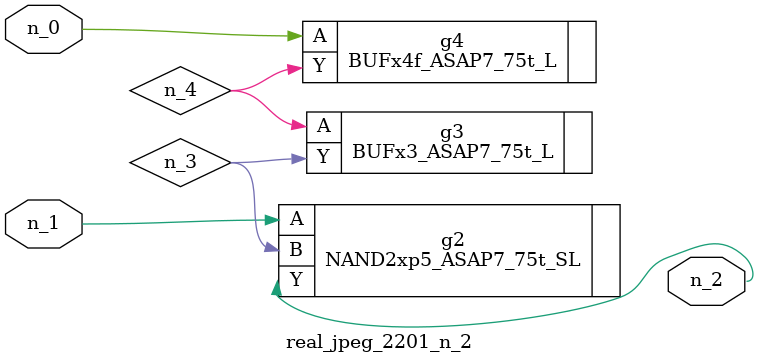
<source format=v>
module real_jpeg_2201_n_2 (n_1, n_0, n_2);

input n_1;
input n_0;

output n_2;

wire n_4;
wire n_3;

BUFx4f_ASAP7_75t_L g4 ( 
.A(n_0),
.Y(n_4)
);

NAND2xp5_ASAP7_75t_SL g2 ( 
.A(n_1),
.B(n_3),
.Y(n_2)
);

BUFx3_ASAP7_75t_L g3 ( 
.A(n_4),
.Y(n_3)
);


endmodule
</source>
